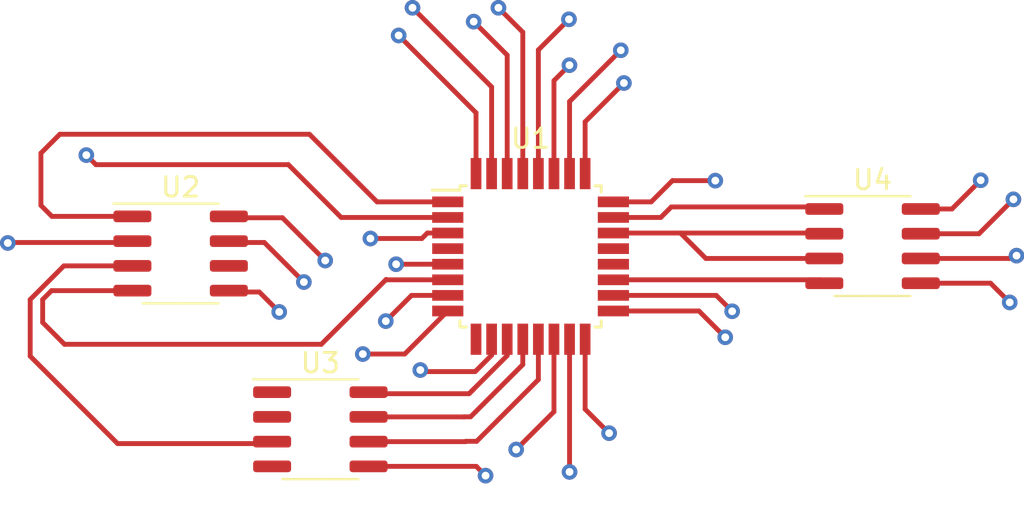
<source format=kicad_pcb>
(kicad_pcb (version 20211014) (generator pcbnew)
  (layers (0 "F.Cu" signal) (31 "B.Cu" signal) (34 "B.Paste" user) (35 "F.Paste" user) (36 "B.SilkS" user "B.Silkscreen") (37 "F.SilkS" user "F.Silkscreen") (38 "B.Mask" user) (39 "F.Mask" user) (44 "Edge.Cuts" user))
  (net 0 "")
  (net 1 "Net-(U1-Pad1)")
  (net 2 "Net-(U1-Pad2)")
  (net 3 "GND")
  (net 4 "Net-(U1-Pad18)")
  (net 5 "Net-(U1-Pad7)")
  (net 6 "Net-(U1-Pad8)")
  (net 7 "Net-(U1-Pad9)")
  (net 8 "unconnected-(U1-Pad14)")
  (net 9 "unconnected-(U1-Pad15)")
  (net 10 "unconnected-(U1-Pad16)")
  (net 11 "unconnected-(U1-Pad17)")
  (net 12 "unconnected-(U1-Pad24)")
  (net 13 "unconnected-(U1-Pad25)")
  (net 14 "unconnected-(U1-Pad26)")
  (net 15 "unconnected-(U1-Pad27)")
  (net 16 "unconnected-(U1-Pad28)")
  (net 17 "unconnected-(U1-Pad29)")
  (net 18 "unconnected-(U1-Pad30)")
  (net 19 "unconnected-(U1-Pad31)")
  (net 20 "unconnected-(U1-Pad32)")
  (net 25 "unconnected-(U4-Pad5)")
  (net 26 "unconnected-(U4-Pad6)")
  (net 27 "unconnected-(U4-Pad7)")
  (net 28 "unconnected-(U4-Pad8)")
  (net 29 "Net-(U1-Pad10)")
  (net 30 "Net-(U3-Pad8)")
  (net 31 "Net-(U3-Pad7)")
  (net 32 "Net-(U3-Pad6)")
  (net 33 "Net-(U1-Pad23)")
  (net 34 "Net-(U4-Pad4)")
  (footprint "Package_SO:SOIC-8_3.9x4.9mm_P1.27mm" (layer "F.Cu") (at 70.94 70.97)
    (fp_text reference "U2" (at 0 -3.4) (layer "F.SilkS"))
    (fp_text value "HV9930LG-G")
    (fp_line (start 0 -2.56) (end -3.45 -2.56) (layer "F.SilkS") (width 0.12))
    (fp_line (start 0 2.56) (end -1.95 2.56) (layer "F.SilkS") (width 0.12))
    (fp_line (start 0 2.56) (end 1.95 2.56) (layer "F.SilkS") (width 0.12))
    (fp_line (start 0 -2.56) (end 1.95 -2.56) (layer "F.SilkS") (width 0.12))
    (pad "1" smd roundrect (at -2.475 -1.905) (size 1.95 0.6) (layers "F.Cu" "F.Paste" "F.Mask") (net 1 "Net-(U1-Pad1)"))
    (pad "2" smd roundrect (at -2.475 -0.635) (size 1.95 0.6) (layers "F.Cu" "F.Paste" "F.Mask") (net 2 "Net-(U1-Pad2)"))
    (pad "3" smd roundrect (at -2.475 0.635) (size 1.95 0.6) (layers "F.Cu" "F.Paste" "F.Mask") (net 3 "GND"))
    (pad "4" smd roundrect (at -2.475 1.905) (size 1.95 0.6) (layers "F.Cu" "F.Paste" "F.Mask") (net 4 "Net-(U1-Pad18)"))
    (pad "5" smd roundrect (at 2.475 1.905) (size 1.95 0.6) (layers "F.Cu" "F.Paste" "F.Mask") (net 5 "Net-(U1-Pad7)"))
    (pad "6" smd roundrect (at 2.475 0.635) (size 1.95 0.6) (layers "F.Cu" "F.Paste" "F.Mask"))
    (pad "7" smd roundrect (at 2.475 -0.635) (size 1.95 0.6) (layers "F.Cu" "F.Paste" "F.Mask") (net 6 "Net-(U1-Pad8)"))
    (pad "8" smd roundrect (at 2.475 -1.905) (size 1.95 0.6) (layers "F.Cu" "F.Paste" "F.Mask") (net 7 "Net-(U1-Pad9)"))
  )
  (footprint "Package_QFP:TQFP-32_7x7mm_P0.8mm" (layer "F.Cu") (at 88.9 71.12)
    (fp_text reference "U1" (at 0 -6.05) (layer "F.SilkS"))
    (fp_text value "ATmega8-16A")
    (fp_line (start -3.625 -3.625) (end -3.3 -3.625) (layer "F.SilkS") (width 0.15))
    (fp_line (start 3.625 3.625) (end 3.3 3.625) (layer "F.SilkS") (width 0.15))
    (fp_line (start -3.625 -3.625) (end -3.625 -3.4) (layer "F.SilkS") (width 0.15))
    (fp_line (start 3.625 3.625) (end 3.625 3.3) (layer "F.SilkS") (width 0.15))
    (fp_line (start -3.625 3.625) (end -3.625 3.3) (layer "F.SilkS") (width 0.15))
    (fp_line (start 3.625 -3.625) (end 3.625 -3.3) (layer "F.SilkS") (width 0.15))
    (fp_line (start 3.625 -3.625) (end 3.3 -3.625) (layer "F.SilkS") (width 0.15))
    (fp_line (start -3.625 3.625) (end -3.3 3.625) (layer "F.SilkS") (width 0.15))
    (fp_line (start -3.625 -3.4) (end -5.05 -3.4) (layer "F.SilkS") (width 0.15))
    (pad "1" smd rect (at -4.25 -2.8) (size 1.6 0.55) (layers "F.Cu" "F.Paste" "F.Mask") (net 1 "Net-(U1-Pad1)"))
    (pad "2" smd rect (at -4.25 -2) (size 1.6 0.55) (layers "F.Cu" "F.Paste" "F.Mask") (net 2 "Net-(U1-Pad2)"))
    (pad "3" smd rect (at -4.25 -1.2) (size 1.6 0.55) (layers "F.Cu" "F.Paste" "F.Mask") (net 3 "GND"))
    (pad "4" smd rect (at -4.25 -0.4) (size 1.6 0.55) (layers "F.Cu" "F.Paste" "F.Mask") (net 4 "Net-(U1-Pad18)"))
    (pad "5" smd rect (at -4.25 0.4) (size 1.6 0.55) (layers "F.Cu" "F.Paste" "F.Mask") (net 3 "GND"))
    (pad "6" smd rect (at -4.25 1.2) (size 1.6 0.55) (layers "F.Cu" "F.Paste" "F.Mask") (net 4 "Net-(U1-Pad18)"))
    (pad "7" smd rect (at -4.25 2) (size 1.6 0.55) (layers "F.Cu" "F.Paste" "F.Mask") (net 5 "Net-(U1-Pad7)"))
    (pad "8" smd rect (at -4.25 2.8) (size 1.6 0.55) (layers "F.Cu" "F.Paste" "F.Mask") (net 6 "Net-(U1-Pad8)"))
    (pad "9" smd rect (at -2.8 4.25 90) (size 1.6 0.55) (layers "F.Cu" "F.Paste" "F.Mask") (net 7 "Net-(U1-Pad9)"))
    (pad "10" smd rect (at -2 4.25 90) (size 1.6 0.55) (layers "F.Cu" "F.Paste" "F.Mask") (net 29 "Net-(U1-Pad10)"))
    (pad "11" smd rect (at -1.2 4.25 90) (size 1.6 0.55) (layers "F.Cu" "F.Paste" "F.Mask") (net 30 "Net-(U3-Pad8)"))
    (pad "12" smd rect (at -0.4 4.25 90) (size 1.6 0.55) (layers "F.Cu" "F.Paste" "F.Mask") (net 31 "Net-(U3-Pad7)"))
    (pad "13" smd rect (at 0.4 4.25 90) (size 1.6 0.55) (layers "F.Cu" "F.Paste" "F.Mask") (net 32 "Net-(U3-Pad6)"))
    (pad "14" smd rect (at 1.2 4.25 90) (size 1.6 0.55) (layers "F.Cu" "F.Paste" "F.Mask") (net 8 "unconnected-(U1-Pad14)"))
    (pad "15" smd rect (at 2 4.25 90) (size 1.6 0.55) (layers "F.Cu" "F.Paste" "F.Mask") (net 9 "unconnected-(U1-Pad15)"))
    (pad "16" smd rect (at 2.8 4.25 90) (size 1.6 0.55) (layers "F.Cu" "F.Paste" "F.Mask") (net 10 "unconnected-(U1-Pad16)"))
    (pad "17" smd rect (at 4.25 2.8) (size 1.6 0.55) (layers "F.Cu" "F.Paste" "F.Mask") (net 11 "unconnected-(U1-Pad17)"))
    (pad "18" smd rect (at 4.25 2) (size 1.6 0.55) (layers "F.Cu" "F.Paste" "F.Mask") (net 4 "Net-(U1-Pad18)"))
    (pad "19" smd rect (at 4.25 1.2) (size 1.6 0.55) (layers "F.Cu" "F.Paste" "F.Mask") (net 34 "Net-(U4-Pad4)"))
    (pad "20" smd rect (at 4.25 0.4) (size 1.6 0.55) (layers "F.Cu" "F.Paste" "F.Mask") (net 3 "GND"))
    (pad "21" smd rect (at 4.25 -0.4) (size 1.6 0.55) (layers "F.Cu" "F.Paste" "F.Mask") (net 3 "GND"))
    (pad "22" smd rect (at 4.25 -1.2) (size 1.6 0.55) (layers "F.Cu" "F.Paste" "F.Mask") (net 3 "GND"))
    (pad "23" smd rect (at 4.25 -2) (size 1.6 0.55) (layers "F.Cu" "F.Paste" "F.Mask") (net 33 "Net-(U1-Pad23)"))
    (pad "24" smd rect (at 4.25 -2.8) (size 1.6 0.55) (layers "F.Cu" "F.Paste" "F.Mask") (net 12 "unconnected-(U1-Pad24)"))
    (pad "25" smd rect (at 2.8 -4.25 90) (size 1.6 0.55) (layers "F.Cu" "F.Paste" "F.Mask") (net 13 "unconnected-(U1-Pad25)"))
    (pad "26" smd rect (at 2 -4.25 90) (size 1.6 0.55) (layers "F.Cu" "F.Paste" "F.Mask") (net 14 "unconnected-(U1-Pad26)"))
    (pad "27" smd rect (at 1.2 -4.25 90) (size 1.6 0.55) (layers "F.Cu" "F.Paste" "F.Mask") (net 15 "unconnected-(U1-Pad27)"))
    (pad "28" smd rect (at 0.4 -4.25 90) (size 1.6 0.55) (layers "F.Cu" "F.Paste" "F.Mask") (net 16 "unconnected-(U1-Pad28)"))
    (pad "29" smd rect (at -0.4 -4.25 90) (size 1.6 0.55) (layers "F.Cu" "F.Paste" "F.Mask") (net 17 "unconnected-(U1-Pad29)"))
    (pad "30" smd rect (at -1.2 -4.25 90) (size 1.6 0.55) (layers "F.Cu" "F.Paste" "F.Mask") (net 18 "unconnected-(U1-Pad30)"))
    (pad "31" smd rect (at -2 -4.25 90) (size 1.6 0.55) (layers "F.Cu" "F.Paste" "F.Mask") (net 19 "unconnected-(U1-Pad31)"))
    (pad "32" smd rect (at -2.8 -4.25 90) (size 1.6 0.55) (layers "F.Cu" "F.Paste" "F.Mask") (net 20 "unconnected-(U1-Pad32)"))
  )
  (footprint "Package_SO:SOIC-8_3.9x4.9mm_P1.27mm" (layer "F.Cu") (at 106.45 70.59)
    (fp_text reference "U4" (at 0 -3.4) (layer "F.SilkS"))
    (fp_text value "HV9930LG-G")
    (fp_line (start 0 2.56) (end 1.95 2.56) (layer "F.SilkS") (width 0.12))
    (fp_line (start 0 -2.56) (end -3.45 -2.56) (layer "F.SilkS") (width 0.12))
    (fp_line (start 0 2.56) (end -1.95 2.56) (layer "F.SilkS") (width 0.12))
    (fp_line (start 0 -2.56) (end 1.95 -2.56) (layer "F.SilkS") (width 0.12))
    (pad "1" smd roundrect (at -2.475 -1.905) (size 1.95 0.6) (layers "F.Cu" "F.Paste" "F.Mask") (net 33 "Net-(U1-Pad23)"))
    (pad "2" smd roundrect (at -2.475 -0.635) (size 1.95 0.6) (layers "F.Cu" "F.Paste" "F.Mask") (net 3 "GND"))
    (pad "3" smd roundrect (at -2.475 0.635) (size 1.95 0.6) (layers "F.Cu" "F.Paste" "F.Mask") (net 3 "GND"))
    (pad "4" smd roundrect (at -2.475 1.905) (size 1.95 0.6) (layers "F.Cu" "F.Paste" "F.Mask") (net 34 "Net-(U4-Pad4)"))
    (pad "5" smd roundrect (at 2.475 1.905) (size 1.95 0.6) (layers "F.Cu" "F.Paste" "F.Mask") (net 25 "unconnected-(U4-Pad5)"))
    (pad "6" smd roundrect (at 2.475 0.635) (size 1.95 0.6) (layers "F.Cu" "F.Paste" "F.Mask") (net 26 "unconnected-(U4-Pad6)"))
    (pad "7" smd roundrect (at 2.475 -0.635) (size 1.95 0.6) (layers "F.Cu" "F.Paste" "F.Mask") (net 27 "unconnected-(U4-Pad7)"))
    (pad "8" smd roundrect (at 2.475 -1.905) (size 1.95 0.6) (layers "F.Cu" "F.Paste" "F.Mask") (net 28 "unconnected-(U4-Pad8)"))
  )
  (footprint "Package_SO:SOIC-8_3.9x4.9mm_P1.27mm" (layer "F.Cu") (at 78.11 79.99)
    (fp_text reference "U3" (at 0 -3.4) (layer "F.SilkS"))
    (fp_text value "HV9930LG-G")
    (fp_line (start 0 2.56) (end -1.95 2.56) (layer "F.SilkS") (width 0.12))
    (fp_line (start 0 -2.56) (end 1.95 -2.56) (layer "F.SilkS") (width 0.12))
    (fp_line (start 0 2.56) (end 1.95 2.56) (layer "F.SilkS") (width 0.12))
    (fp_line (start 0 -2.56) (end -3.45 -2.56) (layer "F.SilkS") (width 0.12))
    (pad "1" smd roundrect (at -2.475 -1.905) (size 1.95 0.6) (layers "F.Cu" "F.Paste" "F.Mask"))
    (pad "2" smd roundrect (at -2.475 -0.635) (size 1.95 0.6) (layers "F.Cu" "F.Paste" "F.Mask"))
    (pad "3" smd roundrect (at -2.475 0.635) (size 1.95 0.6) (layers "F.Cu" "F.Paste" "F.Mask") (net 3 "GND"))
    (pad "4" smd roundrect (at -2.475 1.905) (size 1.95 0.6) (layers "F.Cu" "F.Paste" "F.Mask"))
    (pad "5" smd roundrect (at 2.475 1.905) (size 1.95 0.6) (layers "F.Cu" "F.Paste" "F.Mask") (net 29 "Net-(U1-Pad10)"))
    (pad "6" smd roundrect (at 2.475 0.635) (size 1.95 0.6) (layers "F.Cu" "F.Paste" "F.Mask") (net 32 "Net-(U3-Pad6)"))
    (pad "7" smd roundrect (at 2.475 -0.635) (size 1.95 0.6) (layers "F.Cu" "F.Paste" "F.Mask") (net 31 "Net-(U3-Pad7)"))
    (pad "8" smd roundrect (at 2.475 -1.905) (size 1.95 0.6) (layers "F.Cu" "F.Paste" "F.Mask") (net 30 "Net-(U3-Pad8)"))
  )
  (segment (start 64.335 69.065) (end 68.465 69.065) (width 0.25) (layer "F.Cu") (net 1))
  (segment (start 77.55 64.85) (end 81.02 68.32) (width 0.25) (layer "F.Cu") (net 1))
  (segment (start 64.74 64.85) (end 77.55 64.85) (width 0.25) (layer "F.Cu") (net 1))
  (segment (start 64.74 64.85) (end 63.77 65.82) (width 0.25) (layer "F.Cu") (net 1))
  (segment (start 84.65 68.32) (end 81.02 68.32) (width 0.25) (layer "F.Cu") (net 1))
  (segment (start 63.77 68.5) (end 64.335 69.065) (width 0.25) (layer "F.Cu") (net 1))
  (segment (start 63.77 65.82) (end 63.77 68.5) (width 0.25) (layer "F.Cu") (net 1))
  (segment (start 79.18 69.12) (end 84.65 69.12) (width 0.25) (layer "F.Cu") (net 2))
  (segment (start 62.07 70.43) (end 62.095 70.405) (width 0.25) (layer "F.Cu") (net 2))
  (segment (start 68.395 70.405) (end 68.465 70.335) (width 0.25) (layer "F.Cu") (net 2))
  (segment (start 62.095 70.405) (end 68.395 70.405) (width 0.25) (layer "F.Cu") (net 2))
  (segment (start 76.47 66.41) (end 79.18 69.12) (width 0.25) (layer "F.Cu") (net 2))
  (segment (start 66.1 65.92) (end 66.59 66.41) (width 0.25) (layer "F.Cu") (net 2))
  (segment (start 66.59 66.41) (end 76.47 66.41) (width 0.25) (layer "F.Cu") (net 2))
  (via (at 62.07 70.43) (size 0.8) (drill 0.4) (layers "F.Cu" "B.Cu") (net 2))
  (via (at 66.1 65.92) (size 0.8) (drill 0.4) (layers "F.Cu" "B.Cu") (net 2))
  (segment (start 68.465 71.605) (end 64.948604 71.605) (width 0.25) (layer "F.Cu") (net 3))
  (segment (start 97.895 71.225) (end 96.59 69.92) (width 0.25) (layer "F.Cu") (net 3))
  (segment (start 84.65 71.52) (end 82 71.52) (width 0.25) (layer "F.Cu") (net 3))
  (segment (start 63.22 73.333604) (end 63.22 76.24) (width 0.25) (layer "F.Cu") (net 3))
  (segment (start 103.94 69.92) (end 103.975 69.955) (width 0.25) (layer "F.Cu") (net 3))
  (segment (start 83.32 70.2) (end 80.68 70.2) (width 0.25) (layer "F.Cu") (net 3))
  (segment (start 83.6 69.92) (end 83.32 70.2) (width 0.25) (layer "F.Cu") (net 3))
  (segment (start 84.65 69.92) (end 83.6 69.92) (width 0.25) (layer "F.Cu") (net 3))
  (segment (start 63.22 76.24) (end 67.705 80.725) (width 0.25) (layer "F.Cu") (net 3))
  (segment (start 64.948604 71.605) (end 63.22 73.333604) (width 0.25) (layer "F.Cu") (net 3))
  (segment (start 67.705 80.725) (end 75.535 80.725) (width 0.25) (layer "F.Cu") (net 3))
  (segment (start 96.59 69.92) (end 103.94 69.92) (width 0.25) (layer "F.Cu") (net 3))
  (segment (start 103.975 71.225) (end 97.895 71.225) (width 0.25) (layer "F.Cu") (net 3))
  (segment (start 93.15 69.92) (end 96.59 69.92) (width 0.25) (layer "F.Cu") (net 3))
  (segment (start 75.535 80.725) (end 75.635 80.625) (width 0.25) (layer "F.Cu") (net 3))
  (via (at 80.68 70.2) (size 0.8) (drill 0.4) (layers "F.Cu" "B.Cu") (net 3))
  (via (at 82 71.52) (size 0.8) (drill 0.4) (layers "F.Cu" "B.Cu") (net 3))
  (segment (start 99.245 73.935) (end 99.26 73.95) (width 0.25) (layer "F.Cu") (net 4))
  (segment (start 81.49 72.3) (end 81.51 72.32) (width 0.25) (layer "F.Cu") (net 4))
  (segment (start 78.16 75.63) (end 64.98 75.63) (width 0.25) (layer "F.Cu") (net 4))
  (segment (start 64.315 72.875) (end 68.465 72.875) (width 0.25) (layer "F.Cu") (net 4))
  (segment (start 84.65 72.32) (end 84.59 72.38) (width 0.25) (layer "F.Cu") (net 4))
  (segment (start 63.86 74.51) (end 63.86 73.33) (width 0.25) (layer "F.Cu") (net 4))
  (segment (start 64.98 75.63) (end 63.86 74.51) (width 0.25) (layer "F.Cu") (net 4))
  (segment (start 98.43 73.12) (end 99.245 73.935) (width 0.25) (layer "F.Cu") (net 4))
  (segment (start 63.86 73.33) (end 64.315 72.875) (width 0.25) (layer "F.Cu") (net 4))
  (segment (start 93.15 73.12) (end 98.43 73.12) (width 0.25) (layer "F.Cu") (net 4))
  (segment (start 81.51 72.32) (end 84.65 72.32) (width 0.25) (layer "F.Cu") (net 4))
  (segment (start 81.49 72.3) (end 78.16 75.63) (width 0.25) (layer "F.Cu") (net 4))
  (via (at 99.245 73.935) (size 0.8) (drill 0.4) (layers "F.Cu" "B.Cu") (net 4))
  (segment (start 73.415 72.875) (end 73.485 72.945) (width 0.25) (layer "F.Cu") (net 5))
  (segment (start 82.79 73.12) (end 81.47 74.44) (width 0.25) (layer "F.Cu") (net 5))
  (segment (start 73.485 72.945) (end 74.975 72.945) (width 0.25) (layer "F.Cu") (net 5))
  (segment (start 74.975 72.945) (end 76 73.97) (width 0.25) (layer "F.Cu") (net 5))
  (segment (start 84.65 73.12) (end 82.79 73.12) (width 0.25) (layer "F.Cu") (net 5))
  (via (at 81.47 74.44) (size 0.8) (drill 0.4) (layers "F.Cu" "B.Cu") (net 5))
  (via (at 76 73.97) (size 0.8) (drill 0.4) (layers "F.Cu" "B.Cu") (net 5))
  (segment (start 73.485 70.405) (end 75.235 70.405) (width 0.25) (layer "F.Cu") (net 6))
  (segment (start 75.235 70.405) (end 77.265 72.435) (width 0.25) (layer "F.Cu") (net 6))
  (segment (start 84.65 73.92) (end 82.44 76.13) (width 0.25) (layer "F.Cu") (net 6))
  (segment (start 77.265 72.435) (end 77.28 72.45) (width 0.25) (layer "F.Cu") (net 6))
  (segment (start 82.44 76.13) (end 80.29 76.13) (width 0.25) (layer "F.Cu") (net 6))
  (segment (start 73.415 70.335) (end 73.485 70.405) (width 0.25) (layer "F.Cu") (net 6))
  (via (at 80.29 76.13) (size 0.8) (drill 0.4) (layers "F.Cu" "B.Cu") (net 6))
  (via (at 77.265 72.435) (size 0.8) (drill 0.4) (layers "F.Cu" "B.Cu") (net 6))
  (segment (start 73.415 69.065) (end 73.485 69.135) (width 0.25) (layer "F.Cu") (net 7))
  (segment (start 76.165 69.135) (end 78.36 71.33) (width 0.25) (layer "F.Cu") (net 7))
  (segment (start 73.485 69.135) (end 76.165 69.135) (width 0.25) (layer "F.Cu") (net 7))
  (via (at 78.36 71.33) (size 0.8) (drill 0.4) (layers "F.Cu" "B.Cu") (net 7))
  (segment (start 90.1 79.09) (end 88.16 81.03) (width 0.25) (layer "F.Cu") (net 8))
  (segment (start 90.1 75.37) (end 90.1 79.09) (width 0.25) (layer "F.Cu") (net 8))
  (via (at 88.16 81.03) (size 0.8) (drill 0.4) (layers "F.Cu" "B.Cu") (net 8))
  (segment (start 90.9 82.18) (end 90.93 82.21) (width 0.25) (layer "F.Cu") (net 9))
  (segment (start 90.9 75.37) (end 90.9 82.18) (width 0.25) (layer "F.Cu") (net 9))
  (via (at 90.9 82.18) (size 0.8) (drill 0.4) (layers "F.Cu" "B.Cu") (net 9))
  (segment (start 91.7 75.37) (end 91.7 78.96) (width 0.25) (layer "F.Cu") (net 10))
  (segment (start 91.7 78.96) (end 92.93 80.19) (width 0.25) (layer "F.Cu") (net 10))
  (via (at 92.93 80.19) (size 0.8) (drill 0.4) (layers "F.Cu" "B.Cu") (net 10))
  (segment (start 93.15 73.92) (end 97.54 73.92) (width 0.25) (layer "F.Cu") (net 11))
  (segment (start 97.54 73.92) (end 98.89 75.27) (width 0.25) (layer "F.Cu") (net 11))
  (via (at 98.89 75.27) (size 0.8) (drill 0.4) (layers "F.Cu" "B.Cu") (net 11))
  (segment (start 95.09 68.32) (end 96.18 67.23) (width 0.25) (layer "F.Cu") (net 12))
  (segment (start 93.15 68.32) (end 95.09 68.32) (width 0.25) (layer "F.Cu") (net 12))
  (segment (start 96.18 67.23) (end 98.38 67.23) (width 0.25) (layer "F.Cu") (net 12))
  (via (at 98.38 67.23) (size 0.8) (drill 0.4) (layers "F.Cu" "B.Cu") (net 12))
  (segment (start 91.7 66.87) (end 91.7 64.21) (width 0.25) (layer "F.Cu") (net 13))
  (segment (start 91.7 64.21) (end 93.69 62.22) (width 0.25) (layer "F.Cu") (net 13))
  (via (at 93.69 62.22) (size 0.8) (drill 0.4) (layers "F.Cu" "B.Cu") (net 13))
  (segment (start 90.9 66.87) (end 90.9 63.17) (width 0.25) (layer "F.Cu") (net 14))
  (segment (start 90.9 63.17) (end 93.53 60.54) (width 0.25) (layer "F.Cu") (net 14))
  (via (at 93.53 60.54) (size 0.8) (drill 0.4) (layers "F.Cu" "B.Cu") (net 14))
  (segment (start 90.895 61.305) (end 91 61.2) (width 0.25) (layer "F.Cu") (net 15))
  (segment (start 90.1 62.1) (end 90.895 61.305) (width 0.25) (layer "F.Cu") (net 15))
  (segment (start 90.1 66.87) (end 90.1 62.1) (width 0.25) (layer "F.Cu") (net 15))
  (via (at 90.895 61.305) (size 0.8) (drill 0.4) (layers "F.Cu" "B.Cu") (net 15))
  (segment (start 90.87 58.95) (end 91 58.82) (width 0.25) (layer "F.Cu") (net 16))
  (segment (start 89.3 60.52) (end 90.87 58.95) (width 0.25) (layer "F.Cu") (net 16))
  (segment (start 89.3 66.87) (end 89.3 60.52) (width 0.25) (layer "F.Cu") (net 16))
  (via (at 90.87 58.95) (size 0.8) (drill 0.4) (layers "F.Cu" "B.Cu") (net 16))
  (segment (start 88.5 59.61) (end 87.25 58.36) (width 0.25) (layer "F.Cu") (net 17))
  (segment (start 88.5 66.87) (end 88.5 59.61) (width 0.25) (layer "F.Cu") (net 17))
  (via (at 87.25 58.36) (size 0.8) (drill 0.4) (layers "F.Cu" "B.Cu") (net 17))
  (segment (start 87.7 66.87) (end 87.7 60.79) (width 0.25) (layer "F.Cu") (net 18))
  (segment (start 87.7 60.79) (end 85.98 59.07) (width 0.25) (layer "F.Cu") (net 18))
  (via (at 85.98 59.07) (size 0.8) (drill 0.4) (layers "F.Cu" "B.Cu") (net 18))
  (segment (start 86.9 66.87) (end 86.9 62.42) (width 0.25) (layer "F.Cu") (net 19))
  (segment (start 86.9 62.42) (end 82.84 58.36) (width 0.25) (layer "F.Cu") (net 19))
  (via (at 82.84 58.36) (size 0.8) (drill 0.4) (layers "F.Cu" "B.Cu") (net 19))
  (segment (start 86.1 63.75) (end 82.13 59.78) (width 0.25) (layer "F.Cu") (net 20))
  (segment (start 86.1 66.87) (end 86.1 63.75) (width 0.25) (layer "F.Cu") (net 20))
  (via (at 82.13 59.78) (size 0.8) (drill 0.4) (layers "F.Cu" "B.Cu") (net 20))
  (segment (start 113.49 73.48) (end 113.68 73.67) (width 0.25) (layer "F.Cu") (net 25))
  (segment (start 108.925 72.495) (end 112.505 72.495) (width 0.25) (layer "F.Cu") (net 25))
  (segment (start 112.505 72.495) (end 113.49 73.48) (width 0.25) (layer "F.Cu") (net 25))
  (via (at 113.49 73.48) (size 0.8) (drill 0.4) (layers "F.Cu" "B.Cu") (net 25))
  (segment (start 113.695 71.225) (end 113.84 71.08) (width 0.25) (layer "F.Cu") (net 26))
  (segment (start 108.925 71.225) (end 113.695 71.225) (width 0.25) (layer "F.Cu") (net 26))
  (via (at 113.84 71.08) (size 0.8) (drill 0.4) (layers "F.Cu" "B.Cu") (net 26))
  (segment (start 108.925 69.955) (end 111.915 69.955) (width 0.25) (layer "F.Cu") (net 27))
  (segment (start 111.915 69.955) (end 113.68 68.19) (width 0.25) (layer "F.Cu") (net 27))
  (via (at 113.68 68.19) (size 0.8) (drill 0.4) (layers "F.Cu" "B.Cu") (net 27))
  (segment (start 108.925 68.685) (end 110.525 68.685) (width 0.25) (layer "F.Cu") (net 28))
  (segment (start 110.525 68.685) (end 112 67.21) (width 0.25) (layer "F.Cu") (net 28))
  (via (at 112 67.21) (size 0.8) (drill 0.4) (layers "F.Cu" "B.Cu") (net 28))
  (segment (start 83.32 77.03) (end 83.24 76.95) (width 0.25) (layer "F.Cu") (net 29))
  (segment (start 86.9 76.19) (end 86.06 77.03) (width 0.25) (layer "F.Cu") (net 29))
  (segment (start 80.585 81.895) (end 86.115 81.895) (width 0.25) (layer "F.Cu") (net 29))
  (segment (start 86.115 81.895) (end 86.59 82.37) (width 0.25) (layer "F.Cu") (net 29))
  (segment (start 86.06 77.03) (end 83.32 77.03) (width 0.25) (layer "F.Cu") (net 29))
  (segment (start 86.9 75.37) (end 86.9 76.19) (width 0.25) (layer "F.Cu") (net 29))
  (via (at 83.24 76.95) (size 0.8) (drill 0.4) (layers "F.Cu" "B.Cu") (net 29))
  (via (at 86.59 82.37) (size 0.8) (drill 0.4) (layers "F.Cu" "B.Cu") (net 29))
  (segment (start 85.985 77.925) (end 87.7 76.21) (width 0.25) (layer "F.Cu") (net 30))
  (segment (start 85.745 78.165) (end 85.985 77.925) (width 0.25) (layer "F.Cu") (net 30))
  (segment (start 87.7 76.21) (end 87.7 75.37) (width 0.25) (layer "F.Cu") (net 30))
  (segment (start 85.745 78.165) (end 80.665 78.165) (width 0.25) (layer "F.Cu") (net 30))
  (segment (start 85.825 78.085) (end 85.985 77.925) (width 0.25) (layer "F.Cu") (net 30))
  (segment (start 80.665 78.165) (end 80.585 78.085) (width 0.25) (layer "F.Cu") (net 30))
  (segment (start 85.485 79.355) (end 80.585 79.355) (width 0.25) (layer "F.Cu") (net 31))
  (segment (start 88.5 75.37) (end 88.5 76.67) (width 0.25) (layer "F.Cu") (net 31))
  (segment (start 85.82 79.35) (end 85.49 79.35) (width 0.25) (layer "F.Cu") (net 31))
  (segment (start 88.5 76.67) (end 85.82 79.35) (width 0.25) (layer "F.Cu") (net 31))
  (segment (start 85.49 79.35) (end 85.485 79.355) (width 0.25) (layer "F.Cu") (net 31))
  (segment (start 85.58 80.61) (end 85.565 80.625) (width 0.25) (layer "F.Cu") (net 32))
  (segment (start 89.3 77.44) (end 86.13 80.61) (width 0.25) (layer "F.Cu") (net 32))
  (segment (start 85.565 80.625) (end 80.585 80.625) (width 0.25) (layer "F.Cu") (net 32))
  (segment (start 89.3 75.37) (end 89.3 77.44) (width 0.25) (layer "F.Cu") (net 32))
  (segment (start 86.13 80.61) (end 85.58 80.61) (width 0.25) (layer "F.Cu") (net 32))
  (segment (start 96.12 68.58) (end 103.87 68.58) (width 0.25) (layer "F.Cu") (net 33))
  (segment (start 93.15 69.12) (end 95.58 69.12) (width 0.25) (layer "F.Cu") (net 33))
  (segment (start 95.58 69.12) (end 96.12 68.58) (width 0.25) (layer "F.Cu") (net 33))
  (segment (start 103.87 68.58) (end 103.975 68.685) (width 0.25) (layer "F.Cu") (net 33))
  (segment (start 103.8 72.32) (end 93.15 72.32) (width 0.25) (layer "F.Cu") (net 34))
  (segment (start 103.975 72.495) (end 103.8 72.32) (width 0.25) (layer "F.Cu") (net 34))
)
</source>
